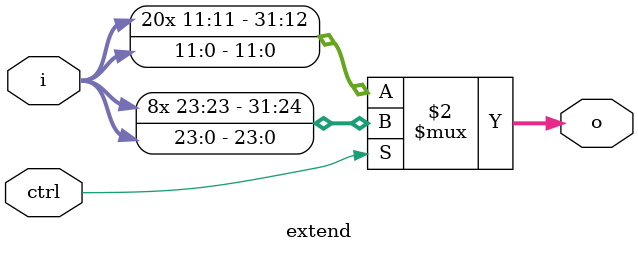
<source format=v>
module extend(output [31:0] o,
	      input [N-1:0] i,
	      input ctrl);


   parameter N = 24;
   
   assign
     o = (ctrl == 0 ?           // se il controllo è 0 estendi immediato da 12 bit 
	  $signed(i[11:0]) : 
	  $signed(i[23:0]));    // altrimenti estendi immediato per il branch
   
endmodule // extend

</source>
